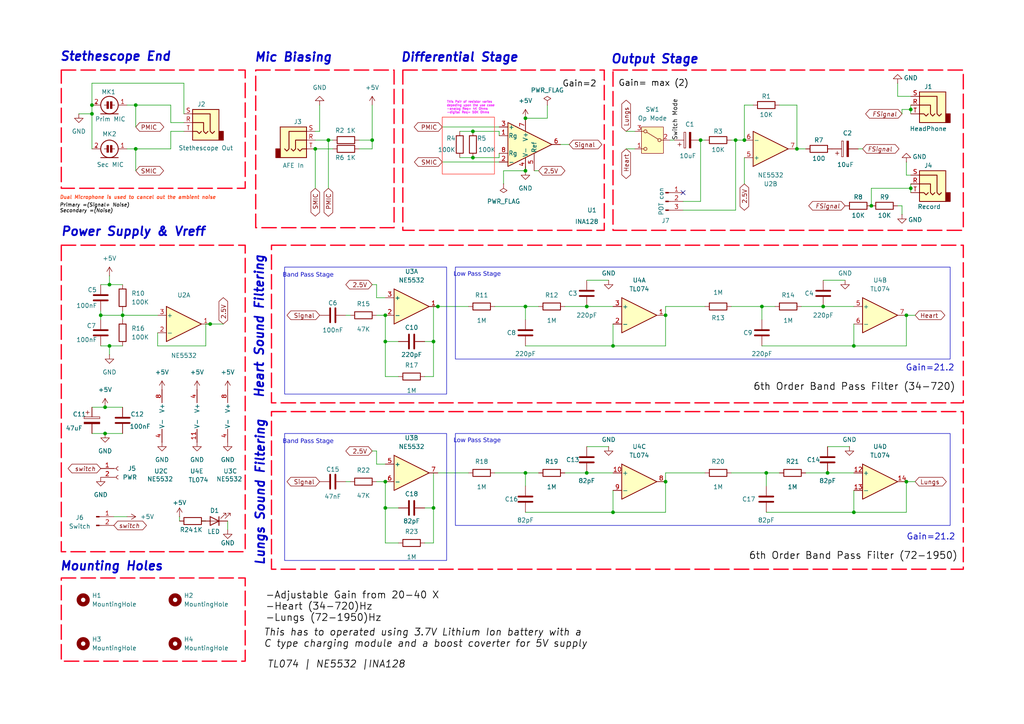
<source format=kicad_sch>
(kicad_sch (version 20231120) (generator "eeschema") (generator_version "8.0")
  (paper "A4")
  (title_block (title "Electronics Stethescope") (date "2025-06-12") (rev "1.0") (company "Shreenandan Sahu"))
  (junction (at 111.76 139.7))
  (junction (at 111.76 99.06))
  (junction (at 177.8 100.33))
  (junction (at 203.2 40.64))
  (junction (at 30.48 118.11))
  (junction (at 26.67 30.48))
  (junction (at 215.9 40.64))
  (junction (at 31.75 82.55))
  (junction (at 95.25 40.64))
  (junction (at 238.76 88.9))
  (junction (at 240.03 137.16))
  (junction (at 152.4 137.16))
  (junction (at 39.37 30.48))
  (junction (at 107.95 40.64))
  (junction (at 170.18 88.9))
  (junction (at 30.48 125.73))
  (junction (at 125.73 99.06))
  (junction (at 262.89 91.44))
  (junction (at 264.16 31.75))
  (junction (at 137.16 38.1))
  (junction (at 213.36 40.64))
  (junction (at 193.04 139.7))
  (junction (at 29.21 91.44))
  (junction (at 264.16 54.61))
  (junction (at 247.65 100.33))
  (junction (at 91.44 43.18))
  (junction (at 35.56 91.44))
  (junction (at 152.4 49.53))
  (junction (at 220.98 88.9))
  (junction (at 137.16 45.72))
  (junction (at 152.4 88.9))
  (junction (at 111.76 91.44))
  (junction (at 247.65 148.59))
  (junction (at 31.75 100.33))
  (junction (at 111.76 147.32))
  (junction (at 252.73 59.69))
  (junction (at 170.18 137.16))
  (junction (at 39.37 43.18))
  (junction (at 177.8 148.59))
  (junction (at 262.89 139.7))
  (junction (at 193.04 91.44))
  (junction (at 26.67 33.02))
  (junction (at 231.14 43.18))
  (junction (at 60.96 93.98))
  (junction (at 125.73 147.32))
  (junction (at 127 88.9))
  (junction (at 152.4 34.29))
  (junction (at 222.25 137.16))
  (no_connect (at 198.12 55.88))
  (wire (pts (xy 31.75 80.01) (xy 31.75 82.55)))
  (wire (pts (xy 35.56 91.44) (xy 45.72 91.44)))
  (wire (pts (xy 30.48 118.11) (xy 35.56 118.11)))
  (wire (pts (xy 152.4 137.16) (xy 152.4 140.97)))
  (wire (pts (xy 204.47 137.16) (xy 193.04 137.16)))
  (wire (pts (xy 170.18 88.9) (xy 163.83 88.9)))
  (wire (pts (xy 261.62 33.02) (xy 261.62 31.75)))
  (wire (pts (xy 49.53 30.48) (xy 49.53 35.56)))
  (wire (pts (xy 262.89 139.7) (xy 265.43 139.7)))
  (wire (pts (xy 226.06 30.48) (xy 231.14 30.48)))
  (wire (pts (xy 247.65 148.59) (xy 247.65 142.24)))
  (wire (pts (xy 31.75 82.55) (xy 35.56 82.55)))
  (wire (pts (xy 36.83 30.48) (xy 39.37 30.48)))
  (wire (pts (xy 26.67 30.48) (xy 26.67 24.13)))
  (wire (pts (xy 262.89 139.7) (xy 262.89 148.59)))
  (wire (pts (xy 45.72 96.52) (xy 45.72 100.33)))
  (wire (pts (xy 59.69 100.33) (xy 59.69 93.98)))
  (wire (pts (xy 109.22 91.44) (xy 111.76 91.44)))
  (wire (pts (xy 107.95 30.48) (xy 107.95 40.64)))
  (wire (pts (xy 170.18 81.28) (xy 176.53 81.28)))
  (wire (pts (xy 231.14 30.48) (xy 231.14 43.18)))
  (wire (pts (xy 115.57 157.48) (xy 111.76 157.48)))
  (wire (pts (xy 158.75 30.48) (xy 158.75 34.29)))
  (wire (pts (xy 39.37 49.53) (xy 39.37 43.18)))
  (wire (pts (xy 109.22 139.7) (xy 111.76 139.7)))
  (wire (pts (xy 101.6 91.44) (xy 100.33 91.44)))
  (wire (pts (xy 170.18 137.16) (xy 177.8 137.16)))
  (wire (pts (xy 224.79 88.9) (xy 220.98 88.9)))
  (wire (pts (xy 22.86 33.02) (xy 26.67 33.02)))
  (wire (pts (xy 91.44 54.61) (xy 91.44 43.18)))
  (wire (pts (xy 146.05 49.53) (xy 146.05 53.34)))
  (wire (pts (xy 220.98 88.9) (xy 212.09 88.9)))
  (wire (pts (xy 165.1 41.91) (xy 162.56 41.91)))
  (wire (pts (xy 39.37 43.18) (xy 49.53 43.18)))
  (wire (pts (xy 156.21 49.53) (xy 154.94 49.53)))
  (wire (pts (xy 170.18 88.9) (xy 177.8 88.9)))
  (wire (pts (xy 49.53 38.1) (xy 49.53 43.18)))
  (wire (pts (xy 262.89 46.99) (xy 262.89 50.8)))
  (wire (pts (xy 26.67 33.02) (xy 26.67 30.48)))
  (wire (pts (xy 26.67 118.11) (xy 30.48 118.11)))
  (wire (pts (xy 194.31 40.64) (xy 195.58 40.64)))
  (wire (pts (xy 125.73 147.32) (xy 125.73 137.16)))
  (wire (pts (xy 115.57 147.32) (xy 111.76 147.32)))
  (wire (pts (xy 181.61 43.18) (xy 184.15 43.18)))
  (wire (pts (xy 49.53 38.1) (xy 53.34 38.1)))
  (wire (pts (xy 238.76 88.9) (xy 232.41 88.9)))
  (wire (pts (xy 39.37 36.83) (xy 39.37 30.48)))
  (wire (pts (xy 109.22 130.81) (xy 107.95 130.81)))
  (wire (pts (xy 203.2 58.42) (xy 203.2 40.64)))
  (wire (pts (xy 95.25 54.61) (xy 95.25 40.64)))
  (wire (pts (xy 31.75 100.33) (xy 31.75 102.87)))
  (wire (pts (xy 36.83 149.86) (xy 33.02 149.86)))
  (wire (pts (xy 193.04 137.16) (xy 193.04 139.7)))
  (wire (pts (xy 144.78 44.45) (xy 144.78 45.72)))
  (wire (pts (xy 177.8 100.33) (xy 193.04 100.33)))
  (wire (pts (xy 261.62 59.69) (xy 261.62 62.23)))
  (wire (pts (xy 109.22 82.55) (xy 107.95 82.55)))
  (wire (pts (xy 29.21 91.44) (xy 29.21 92.71)))
  (wire (pts (xy 109.22 82.55) (xy 109.22 86.36)))
  (wire (pts (xy 156.21 88.9) (xy 152.4 88.9)))
  (wire (pts (xy 125.73 157.48) (xy 125.73 147.32)))
  (wire (pts (xy 264.16 53.34) (xy 264.16 54.61)))
  (wire (pts (xy 158.75 34.29) (xy 152.4 34.29)))
  (wire (pts (xy 35.56 91.44) (xy 35.56 92.71)))
  (wire (pts (xy 143.51 137.16) (xy 152.4 137.16)))
  (wire (pts (xy 215.9 45.72) (xy 215.9 53.34)))
  (wire (pts (xy 125.73 99.06) (xy 125.73 88.9)))
  (wire (pts (xy 233.68 137.16) (xy 240.03 137.16)))
  (wire (pts (xy 152.4 88.9) (xy 143.51 88.9)))
  (wire (pts (xy 218.44 30.48) (xy 215.9 30.48)))
  (wire (pts (xy 152.4 48.26) (xy 152.4 49.53)))
  (wire (pts (xy 260.35 24.13) (xy 260.35 27.94)))
  (wire (pts (xy 264.16 31.75) (xy 264.16 33.02)))
  (wire (pts (xy 240.03 137.16) (xy 247.65 137.16)))
  (wire (pts (xy 238.76 81.28) (xy 245.11 81.28)))
  (wire (pts (xy 128.27 46.99) (xy 144.78 46.99)))
  (wire (pts (xy 115.57 99.06) (xy 111.76 99.06)))
  (wire (pts (xy 262.89 50.8) (xy 264.16 50.8)))
  (wire (pts (xy 248.92 43.18) (xy 250.19 43.18)))
  (wire (pts (xy 144.78 45.72) (xy 137.16 45.72)))
  (wire (pts (xy 52.07 149.86) (xy 52.07 151.13)))
  (wire (pts (xy 212.09 137.16) (xy 222.25 137.16)))
  (wire (pts (xy 123.19 99.06) (xy 125.73 99.06)))
  (wire (pts (xy 144.78 38.1) (xy 144.78 39.37)))
  (wire (pts (xy 264.16 54.61) (xy 252.73 54.61)))
  (wire (pts (xy 231.14 43.18) (xy 233.68 43.18)))
  (wire (pts (xy 204.47 88.9) (xy 193.04 88.9)))
  (wire (pts (xy 262.89 91.44) (xy 262.89 100.33)))
  (wire (pts (xy 193.04 148.59) (xy 177.8 148.59)))
  (wire (pts (xy 123.19 109.22) (xy 125.73 109.22)))
  (wire (pts (xy 212.09 40.64) (xy 213.36 40.64)))
  (wire (pts (xy 111.76 99.06) (xy 111.76 109.22)))
  (wire (pts (xy 128.27 36.83) (xy 144.78 36.83)))
  (wire (pts (xy 260.35 27.94) (xy 264.16 27.94)))
  (wire (pts (xy 133.35 38.1) (xy 137.16 38.1)))
  (wire (pts (xy 45.72 100.33) (xy 59.69 100.33)))
  (wire (pts (xy 177.8 148.59) (xy 177.8 142.24)))
  (wire (pts (xy 181.61 38.1) (xy 184.15 38.1)))
  (wire (pts (xy 193.04 88.9) (xy 193.04 91.44)))
  (wire (pts (xy 29.21 90.17) (xy 29.21 91.44)))
  (wire (pts (xy 92.71 38.1) (xy 91.44 38.1)))
  (wire (pts (xy 26.67 125.73) (xy 30.48 125.73)))
  (wire (pts (xy 107.95 43.18) (xy 104.14 43.18)))
  (wire (pts (xy 49.53 35.56) (xy 53.34 35.56)))
  (wire (pts (xy 213.36 60.96) (xy 213.36 40.64)))
  (wire (pts (xy 59.69 93.98) (xy 60.96 93.98)))
  (wire (pts (xy 29.21 100.33) (xy 31.75 100.33)))
  (wire (pts (xy 198.12 58.42) (xy 203.2 58.42)))
  (wire (pts (xy 262.89 100.33) (xy 247.65 100.33)))
  (wire (pts (xy 125.73 109.22) (xy 125.73 99.06)))
  (wire (pts (xy 39.37 30.48) (xy 49.53 30.48)))
  (wire (pts (xy 240.03 129.54) (xy 246.38 129.54)))
  (wire (pts (xy 193.04 100.33) (xy 193.04 91.44)))
  (wire (pts (xy 29.21 82.55) (xy 31.75 82.55)))
  (wire (pts (xy 91.44 40.64) (xy 95.25 40.64)))
  (wire (pts (xy 152.4 137.16) (xy 156.21 137.16)))
  (wire (pts (xy 91.44 43.18) (xy 96.52 43.18)))
  (wire (pts (xy 92.71 30.48) (xy 92.71 38.1)))
  (wire (pts (xy 109.22 134.62) (xy 111.76 134.62)))
  (wire (pts (xy 95.25 40.64) (xy 96.52 40.64)))
  (wire (pts (xy 26.67 33.02) (xy 26.67 43.18)))
  (wire (pts (xy 222.25 137.16) (xy 226.06 137.16)))
  (wire (pts (xy 36.83 43.18) (xy 39.37 43.18)))
  (wire (pts (xy 261.62 31.75) (xy 264.16 31.75)))
  (wire (pts (xy 60.96 93.98) (xy 64.77 93.98)))
  (wire (pts (xy 26.67 24.13) (xy 53.34 24.13)))
  (wire (pts (xy 222.25 137.16) (xy 222.25 140.97)))
  (wire (pts (xy 152.4 148.59) (xy 177.8 148.59)))
  (wire (pts (xy 262.89 148.59) (xy 247.65 148.59)))
  (wire (pts (xy 109.22 86.36) (xy 111.76 86.36)))
  (wire (pts (xy 31.75 100.33) (xy 35.56 100.33)))
  (wire (pts (xy 203.2 40.64) (xy 204.47 40.64)))
  (wire (pts (xy 127 137.16) (xy 135.89 137.16)))
  (wire (pts (xy 109.22 130.81) (xy 109.22 134.62)))
  (wire (pts (xy 152.4 100.33) (xy 177.8 100.33)))
  (wire (pts (xy 53.34 24.13) (xy 53.34 33.02)))
  (wire (pts (xy 215.9 30.48) (xy 215.9 40.64)))
  (wire (pts (xy 58.42 151.13) (xy 59.69 151.13)))
  (wire (pts (xy 264.16 54.61) (xy 264.16 55.88)))
  (wire (pts (xy 111.76 91.44) (xy 111.76 99.06)))
  (wire (pts (xy 262.89 91.44) (xy 265.43 91.44)))
  (wire (pts (xy 264.16 30.48) (xy 264.16 31.75)))
  (wire (pts (xy 152.4 49.53) (xy 146.05 49.53)))
  (wire (pts (xy 29.21 91.44) (xy 35.56 91.44)))
  (wire (pts (xy 115.57 109.22) (xy 111.76 109.22)))
  (wire (pts (xy 66.04 153.67) (xy 66.04 151.13)))
  (wire (pts (xy 222.25 148.59) (xy 247.65 148.59)))
  (wire (pts (xy 261.62 59.69) (xy 260.35 59.69)))
  (wire (pts (xy 152.4 92.71) (xy 152.4 88.9)))
  (wire (pts (xy 137.16 38.1) (xy 144.78 38.1)))
  (wire (pts (xy 220.98 100.33) (xy 247.65 100.33)))
  (wire (pts (xy 125.73 88.9) (xy 127 88.9)))
  (wire (pts (xy 135.89 88.9) (xy 127 88.9)))
  (wire (pts (xy 104.14 40.64) (xy 107.95 40.64)))
  (wire (pts (xy 107.95 40.64) (xy 107.95 43.18)))
  (wire (pts (xy 220.98 92.71) (xy 220.98 88.9)))
  (wire (pts (xy 35.56 90.17) (xy 35.56 91.44)))
  (wire (pts (xy 30.48 125.73) (xy 35.56 125.73)))
  (wire (pts (xy 133.35 45.72) (xy 137.16 45.72)))
  (wire (pts (xy 123.19 147.32) (xy 125.73 147.32)))
  (wire (pts (xy 111.76 139.7) (xy 111.76 147.32)))
  (wire (pts (xy 177.8 93.98) (xy 177.8 100.33)))
  (wire (pts (xy 163.83 137.16) (xy 170.18 137.16)))
  (wire (pts (xy 170.18 129.54) (xy 176.53 129.54)))
  (wire (pts (xy 198.12 60.96) (xy 213.36 60.96)))
  (wire (pts (xy 193.04 139.7) (xy 193.04 148.59)))
  (wire (pts (xy 247.65 93.98) (xy 247.65 100.33)))
  (wire (pts (xy 213.36 40.64) (xy 215.9 40.64)))
  (wire (pts (xy 238.76 88.9) (xy 247.65 88.9)))
  (wire (pts (xy 101.6 139.7) (xy 100.33 139.7)))
  (wire (pts (xy 252.73 54.61) (xy 252.73 59.69)))
  (wire (pts (xy 111.76 147.32) (xy 111.76 157.48)))
  (wire (pts (xy 123.19 157.48) (xy 125.73 157.48)))
  (rectangle (start 78.74 119.38) (end 279.4 165.1) (stroke (width 0.381) (type dash) (color 255 0 32 1)))
  (rectangle (start 132.08 77.47) (end 275.59 104.14))
  (rectangle (start 132.08 125.73) (end 275.59 152.4))
  (rectangle (start 128.27 33.9781) (end 143.4138 50.4881) (stroke (width 0.1778) (color 255 69 62 1)))
  (rectangle (start 116.84 20.32) (end 175.26 66.802) (stroke (width 0.381) (type dash) (color 255 0 32 1)))
  (rectangle (start 82.55 77.47) (end 129.54 114.3))
  (rectangle (start 17.78 71.12) (end 71.12 160.02) (stroke (width 0.381) (type dash) (color 255 0 32 1)))
  (rectangle (start 78.74 71.12) (end 279.4 116.84) (stroke (width 0.381) (type dash) (color 255 0 32 1)))
  (rectangle (start 74.168 20.32) (end 114.3 66.04) (stroke (width 0.381) (type dash) (color 255 0 32 1)))
  (rectangle (start 177.8 20.32) (end 279.4 66.802) (stroke (width 0.381) (type dash) (color 255 0 32 1)))
  (rectangle (start 82.55 125.73) (end 129.54 162.56))
  (rectangle (start 17.78 20.32) (end 71.12 54.61) (stroke (width 0.381) (type dash) (color 255 0 32 1)))
  (rectangle (start 17.78 167.64) (end 71.12 191.77) (stroke (width 0.381) (type dash) (color 255 0 32 1)))
  (text "Heart Sound Filtering\n" (at 75.184 115.824 90) (effects (font (size 2.54 2.54) (thickness 0.508) (bold yes) (italic yes)) (justify left)))
  (text "Gain=2\n" (at 163.068 24.384 0) (effects (font (size 1.778 1.778) (thickness 0.2032) (bold yes)) (justify left)))
  (text "Low Pass Stage " (at 138.684 128.27 0) (effects (font (size 1.27 1.27))))
  (text "This has to operated using 3.7V Lithium Ion battery with a\nC type charging module and a boost coverter for 5V supply" (at 76.454 185.166 0) (effects (font (size 2.032 2.032) (thickness 0.2032) (bold yes) (italic yes)) (justify left)))
  (text "Gain= max (2)\n\n" (at 179.324 25.654 0) (effects (font (size 1.778 1.778) (thickness 0.2032) (bold yes)) (justify left)))
  (text "Mounting Holes" (at 17.272 164.338 0) (effects (font (size 2.54 2.54) (thickness 0.508) (bold yes) (italic yes)) (justify left)))
  (text "Differential Stage" (at 116.078 16.764 0) (effects (font (size 2.54 2.54) (thickness 0.508) (bold yes) (italic yes)) (justify left)))
  (text "Gain=21.2\n\n" (at 262.636 108.204 0) (effects (font (size 1.778 1.778) (thickness 0.2032) (bold yes)) (justify left)))
  (text "6th Order Band Pass Filter (72-1950)" (at 217.17 161.29 0) (effects (font (size 2.032 2.032) (thickness 0.2032) (bold yes)) (justify left)))
  (text "Primary =(Signal+ Noise)\nSecondary =(Noise)" (at 17.272 60.452 0) (effects (font (size 1.016 1.016) (italic yes)) (justify left)))
  (text "This Pair of resistor varies\ndepeding upon the use case \n-analog Req= 4K Ohms\n-digital Req= 50K Ohms" (at 129.54 31.242 0) (effects (font (size 0.635 0.635)) (justify left)))
  (text "6th Order Band Pass Filter (34-720)" (at 218.44 112.268 0) (effects (font (size 2.032 2.032) (thickness 0.2032) (bold yes)) (justify left)))
  (text "Output Stage" (at 177.038 17.272 0) (effects (font (size 2.54 2.54) (thickness 0.508) (bold yes) (italic yes)) (justify left)))
  (text "Lungs Sound Filtering\n" (at 75.438 164.338 90) (effects (font (size 2.54 2.54) (thickness 0.508) (bold yes) (italic yes)) (justify left)))
  (text "Stethescope End\n" (at 17.272 16.51 0) (effects (font (size 2.54 2.54) (thickness 0.508) (bold yes) (italic yes)) (justify left)))
  (text "Band Pass Stage " (at 89.662 80.264 0) (effects (font (size 1.27 1.27))))
  (text "Power Supply & Vreff\n" (at 17.526 67.31 0) (effects (font (size 2.54 2.54) (thickness 0.508) (bold yes) (italic yes)) (justify left)))
  (text "-Adjustable Gain from 20-40 X\n-Heart (34-720)Hz\n-Lungs (72-1950)Hz\n" (at 76.962 176.022 0) (effects (font (size 2.032 2.032) (thickness 0.2032) (bold yes)) (justify left)))
  (text "Gain=21.2\n\n" (at 262.89 157.226 0) (effects (font (size 1.778 1.778) (thickness 0.2032) (bold yes)) (justify left)))
  (text "TL074 | NE5532 |INA128" (at 77.47 192.786 0) (effects (font (size 2.032 2.032) (thickness 0.2032) (bold yes) (italic yes)) (justify left)))
  (text "Dual Microphone is used to cancel out the ambient noise " (at 17.272 57.404 0) (effects (font (size 1.016 1.016) (thickness 0.2032) (bold yes) (italic yes)) (justify left)))
  (text "Band Pass Stage " (at 89.662 128.524 0) (effects (font (size 1.27 1.27))))
  (text "Low Pass Stage " (at 138.684 80.01 0) (effects (font (size 1.27 1.27))))
  (text "Mic Biasing\n" (at 73.66 16.764 0) (effects (font (size 2.54 2.54) (thickness 0.508) (bold yes) (italic yes)) (justify left)))
  (label "Switch Mode" (at 196.85 40.64 90))
  (global_label "Heart" (shape bidirectional) (at 181.61 43.18 270) (property "Intersheetrefs" "${INTERSHEET_REFS}" (effects (hide yes))))
  (global_label "Signal" (shape bidirectional) (at 92.71 91.44 180) (property "Intersheetrefs" "${INTERSHEET_REFS}" (effects (hide yes))))
  (global_label "FSignal" (shape bidirectional) (at 245.11 59.69 180) (effects (font (italic yes))) (property "Intersheetrefs" "${INTERSHEET_REFS}" (effects (hide yes))))
  (global_label "switch" (shape bidirectional) (at 33.02 152.4 0) (effects (font (italic yes))) (property "Intersheetrefs" "${INTERSHEET_REFS}" (effects (hide yes))))
  (global_label "SMIC" (shape bidirectional) (at 91.44 54.61 270) (property "Intersheetrefs" "${INTERSHEET_REFS}" (effects (hide yes))))
  (global_label "2.5V" (shape bidirectional) (at 107.95 130.81 180) (property "Intersheetrefs" "${INTERSHEET_REFS}" (effects (hide yes))))
  (global_label "2.5V" (shape bidirectional) (at 107.95 82.55 180) (property "Intersheetrefs" "${INTERSHEET_REFS}" (effects (hide yes))))
  (global_label "FSignal" (shape bidirectional) (at 261.62 33.02 180) (effects (font (italic yes))) (property "Intersheetrefs" "${INTERSHEET_REFS}" (effects (hide yes))))
  (global_label "SMIC" (shape bidirectional) (at 39.37 49.53 0) (property "Intersheetrefs" "${INTERSHEET_REFS}" (effects (hide yes))))
  (global_label "Lungs" (shape bidirectional) (at 181.61 38.1 90) (property "Intersheetrefs" "${INTERSHEET_REFS}" (effects (hide yes))))
  (global_label "FSignal" (shape bidirectional) (at 250.19 43.18 0) (effects (font (italic yes))) (property "Intersheetrefs" "${INTERSHEET_REFS}" (effects (hide yes))))
  (global_label "Signal" (shape bidirectional) (at 165.1 41.91 0) (property "Intersheetrefs" "${INTERSHEET_REFS}" (effects (hide yes))))
  (global_label "Signal" (shape bidirectional) (at 92.71 139.7 180) (property "Intersheetrefs" "${INTERSHEET_REFS}" (effects (hide yes))))
  (global_label "Lungs" (shape bidirectional) (at 265.43 139.7 0) (property "Intersheetrefs" "${INTERSHEET_REFS}" (effects (hide yes))))
  (global_label "2.5V" (shape bidirectional) (at 64.77 93.98 90) (property "Intersheetrefs" "${INTERSHEET_REFS}" (effects (hide yes))))
  (global_label "switch" (shape bidirectional) (at 29.21 135.89 180) (effects (font (italic yes))) (property "Intersheetrefs" "${INTERSHEET_REFS}" (effects (hide yes))))
  (global_label "PMIC" (shape bidirectional) (at 95.25 54.61 270) (property "Intersheetrefs" "${INTERSHEET_REFS}" (effects (hide yes))))
  (global_label "Heart" (shape bidirectional) (at 265.43 91.44 0) (property "Intersheetrefs" "${INTERSHEET_REFS}" (effects (hide yes))))
  (global_label "2.5V" (shape bidirectional) (at 215.9 53.34 270) (property "Intersheetrefs" "${INTERSHEET_REFS}" (effects (hide yes))))
  (global_label "PMIC" (shape bidirectional) (at 128.27 36.83 180) (property "Intersheetrefs" "${INTERSHEET_REFS}" (effects (hide yes))))
  (global_label "PMIC" (shape bidirectional) (at 39.37 36.83 0) (property "Intersheetrefs" "${INTERSHEET_REFS}" (effects (hide yes))))
  (global_label "SMIC" (shape bidirectional) (at 128.27 46.99 180) (property "Intersheetrefs" "${INTERSHEET_REFS}" (effects (hide yes))))
  (global_label "2.5V" (shape bidirectional) (at 156.21 49.53 0) (property "Intersheetrefs" "${INTERSHEET_REFS}" (effects (hide yes))))
  (symbol (lib_id "Device:C") (at 170.18 85.09 180) (unit 1)
    (property "Reference" "C3" (at 166.116 85.09 0))
    (property "Value" "220pF" (at 170.18 91.44 0))
    (property "Footprint" "Capacitor_THT:C_Disc_D3.0mm_W2.0mm_P2.50mm" (effects (hide yes)))
    (property "Description" "Unpolarized capacitor" (effects (hide yes)))
  )
  (symbol (lib_id "Amplifier_Operational:NE5532") (at 119.38 137.16 0) (unit 2)
    (property "Reference" "U3" (at 119.38 127 0))
    (property "Value" "NE5532" (at 119.38 129.54 0))
    (property "Footprint" "Package_DIP:DIP-8_W7.62mm" (effects (hide yes)))
    (property "Datasheet" "http://www.ti.com/lit/ds/symlink/ne5532.pdf" (effects (hide yes)))
    (property "Description" "Dual Low-Noise Operational Amplifiers, DIP-8/SOIC-8" (effects (hide yes)))
  )
  (symbol (lib_id "Amplifier_Operational:TL074") (at 185.42 91.44 0) (unit 1)
    (property "Reference" "U4" (at 185.42 81.28 0))
    (property "Value" "TL074" (at 185.42 83.82 0))
    (property "Footprint" "Package_DIP:DIP-14_W7.62mm" (effects (hide yes)))
    (property "Datasheet" "http://www.ti.com/lit/ds/symlink/tl071.pdf" (effects (hide yes)))
    (property "Description" "Quad Low-Noise JFET-Input Operational Amplifiers, DIP-14/SOIC-14" (effects (hide yes)))
  )
  (symbol (lib_id "Device:C") (at 29.21 86.36 0) (unit 1)
    (property "Reference" "C5" (at 25.4 84.074 0) (effects (justify left)))
    (property "Value" "100nF" (at 22.098 88.646 0) (effects (justify left)))
    (property "Footprint" "Capacitor_THT:C_Disc_D3.0mm_W2.0mm_P2.50mm" (effects (hide yes)))
    (property "Description" "Unpolarized capacitor" (effects (hide yes)))
  )
  (symbol (lib_id "power:GND") (at 57.15 128.27 0) (unit 1)
    (property "Reference" "#PWR019" (effects (hide yes)))
    (property "Value" "GND" (at 57.15 133.35 0))
    (property "Description" "Power symbol creates a global label with name \"GND\" , ground" (effects (hide yes)))
  )
  (symbol (lib_id "Connector:Conn_01x02_Socket") (at 34.29 135.89 0) (unit 1)
    (property "Reference" "J5" (at 37.084 135.89 0) (effects (justify left)))
    (property "Value" "PWR" (at 35.56 138.4299 0) (effects (justify left)))
    (property "Footprint" "Connector_JST:JST_EH_B2B-EH-A_1x02_P2.50mm_Vertical" (effects (hide yes)))
    (property "Description" "Generic connector, single row, 01x02, script generated" (effects (hide yes)))
  )
  (symbol (lib_id "Device:R") (at 100.33 43.18 90) (unit 1)
    (property "Reference" "R6" (at 98.552 45.72 90))
    (property "Value" "1K" (at 101.854 45.72 90))
    (property "Footprint" "Resistor_THT:R_Axial_DIN0207_L6.3mm_D2.5mm_P7.62mm_Horizontal" (effects (hide yes)))
    (property "Description" "Resistor" (effects (hide yes)))
  )
  (symbol (lib_id "Device:R") (at 35.56 96.52 0) (unit 1)
    (property "Reference" "R16" (at 38.1 95.2499 0) (effects (justify left)))
    (property "Value" "100K" (at 38.1 97.7899 0) (effects (justify left)))
    (property "Footprint" "Resistor_THT:R_Axial_DIN0207_L6.3mm_D2.5mm_P7.62mm_Horizontal" (effects (hide yes)))
    (property "Description" "Resistor" (effects (hide yes)))
  )
  (symbol (lib_id "Mechanical:MountingHole") (at 50.8 186.69 0) (unit 1) (exclude_from_sim yes) (in_bom no)
    (property "Reference" "H4" (at 53.34 185.4199 0) (effects (justify left)))
    (property "Value" "MountingHole" (at 53.34 187.9599 0) (effects (justify left)))
    (property "Footprint" "MountingHole:MountingHole_2.1mm" (effects (hide yes)))
    (property "Description" "Mounting Hole without connection" (effects (hide yes)))
  )
  (symbol (lib_id "power:GND") (at 261.62 62.23 0) (unit 1)
    (property "Reference" "#PWR08" (effects (hide yes)))
    (property "Value" "GND" (at 265.43 63.754 0))
    (property "Description" "Power symbol creates a global label with name \"GND\" , ground" (effects (hide yes)))
  )
  (symbol (lib_id "Device:R") (at 100.33 40.64 90) (unit 1)
    (property "Reference" "R2" (at 98.552 37.846 90))
    (property "Value" "1K" (at 101.854 37.846 90))
    (property "Footprint" "Resistor_THT:R_Axial_DIN0207_L6.3mm_D2.5mm_P7.62mm_Horizontal" (effects (hide yes)))
    (property "Description" "Resistor" (effects (hide yes)))
  )
  (symbol (lib_id "Device:R") (at 248.92 59.69 90) (unit 1)
    (property "Reference" "R8" (at 248.92 57.15 90))
    (property "Value" "10K" (at 248.92 62.484 90))
    (property "Footprint" "Resistor_THT:R_Axial_DIN0207_L6.3mm_D2.5mm_P7.62mm_Horizontal" (effects (hide yes)))
    (property "Description" "Resistor" (effects (hide yes)))
  )
  (symbol (lib_id "power:GND") (at 260.35 24.13 0) (mirror x) (unit 1)
    (property "Reference" "#PWR01" (effects (hide yes)))
    (property "Value" "GND" (at 264.16 22.606 0))
    (property "Description" "Power symbol creates a global label with name \"GND\" , ground" (effects (hide yes)))
  )
  (symbol (lib_id "Amplifier_Operational:NE5532") (at 53.34 93.98 0) (unit 1)
    (property "Reference" "U2" (at 53.34 85.598 0))
    (property "Value" "NE5532" (at 53.34 103.124 0))
    (property "Footprint" "Package_DIP:DIP-8_W7.62mm" (effects (hide yes)))
    (property "Datasheet" "http://www.ti.com/lit/ds/symlink/ne5532.pdf" (effects (hide yes)))
    (property "Description" "Dual Low-Noise Operational Amplifiers, DIP-8/SOIC-8" (effects (hide yes)))
  )
  (symbol (lib_id "Device:C") (at 29.21 96.52 0) (unit 1)
    (property "Reference" "C7" (at 25.146 94.488 0) (effects (justify left)))
    (property "Value" "100nF" (at 22.098 98.552 0) (effects (justify left)))
    (property "Footprint" "Capacitor_THT:C_Disc_D3.0mm_W2.0mm_P2.50mm" (effects (hide yes)))
    (property "Description" "Unpolarized capacitor" (effects (hide yes)))
  )
  (symbol (lib_id "Device:C") (at 35.56 121.92 0) (unit 1)
    (property "Reference" "C12" (at 37.846 120.142 0) (effects (justify left)))
    (property "Value" "100nF" (at 37.592 123.698 0) (effects (justify left)))
    (property "Footprint" "Capacitor_THT:C_Disc_D3.0mm_W2.0mm_P2.50mm" (effects (hide yes)))
    (property "Description" "Unpolarized capacitor" (effects (hide yes)))
  )
  (symbol (lib_id "Device:R") (at 35.56 86.36 0) (unit 1)
    (property "Reference" "R10" (at 38.1 85.0899 0) (effects (justify left)))
    (property "Value" "100K" (at 38.1 87.6299 0) (effects (justify left)))
    (property "Footprint" "Resistor_THT:R_Axial_DIN0207_L6.3mm_D2.5mm_P7.62mm_Horizontal" (effects (hide yes)))
    (property "Description" "Resistor" (effects (hide yes)))
  )
  (symbol (lib_id "power:PWR_FLAG") (at 146.05 53.34 0) (mirror x) (unit 1)
    (property "Reference" "#FLG02" (effects (hide yes)))
    (property "Value" "PWR_FLAG" (at 146.05 58.42 0))
    (property "Description" "Special symbol for telling ERC where power comes from" (effects (hide yes)))
  )
  (symbol (lib_id "power:GND") (at 22.86 33.02 0) (mirror y) (unit 1)
    (property "Reference" "#PWR04" (effects (hide yes)))
    (property "Value" "GND" (at 22.86 38.1 0))
    (property "Description" "Power symbol creates a global label with name \"GND\" , ground" (effects (hide yes)))
  )
  (symbol (lib_id "power:GND") (at 66.04 128.27 0) (unit 1)
    (property "Reference" "#PWR020" (effects (hide yes)))
    (property "Value" "GND" (at 66.04 133.35 0))
    (property "Description" "Power symbol creates a global label with name \"GND\" , ground" (effects (hide yes)))
  )
  (symbol (lib_id "Switch:SW_SPDT_321") (at 189.23 40.64 0) (mirror y) (unit 1)
    (property "Reference" "SW1" (at 189.23 31.75 0))
    (property "Value" "Op Mode" (at 189.23 34.29 0))
    (property "Footprint" "Button_Switch_THT:SW_Slide_SPDT_Angled_CK_OS102011MA1Q" (effects (hide yes)))
    (property "Description" "Switch, single pole double throw" (effects (hide yes)))
  )
  (symbol (lib_id "Device:C") (at 119.38 147.32 90) (unit 1)
    (property "Reference" "C18" (at 119.38 143.256 90))
    (property "Value" "82pF" (at 119.38 151.13 90))
    (property "Footprint" "Capacitor_THT:C_Disc_D3.0mm_W2.0mm_P2.50mm" (effects (hide yes)))
    (property "Description" "Unpolarized capacitor" (effects (hide yes)))
  )
  (symbol (lib_id "Device:C_Polarized") (at 26.67 121.92 0) (unit 1)
    (property "Reference" "C11" (at 21.082 120.142 0) (effects (justify left)))
    (property "Value" "47uF" (at 19.05 124.206 0) (effects (justify left)))
    (property "Footprint" "Capacitor_THT:CP_Radial_D5.0mm_P2.50mm" (effects (hide yes)))
    (property "Description" "Polarized capacitor" (effects (hide yes)))
  )
  (symbol (lib_id "Device:Microphone_Condenser") (at 31.75 30.48 90) (unit 1) (on_board no)
    (property "Reference" "MK1" (at 31.496 26.67 90))
    (property "Value" "Prim MIC" (at 32.004 34.544 90))
    (property "Description" "Condenser microphone" (effects (hide yes)))
  )
  (symbol (lib_id "power:GND") (at 176.53 129.54 0) (unit 1)
    (property "Reference" "#PWR021" (effects (hide yes)))
    (property "Value" "GND" (at 176.53 127.508 0))
    (property "Description" "Power symbol creates a global label with name \"GND\" , ground" (effects (hide yes)))
  )
  (symbol (lib_id "Device:C") (at 222.25 144.78 180) (unit 1)
    (property "Reference" "C17" (at 217.17 144.78 0))
    (property "Value" "82pF" (at 222.25 150.876 0))
    (property "Footprint" "Capacitor_THT:C_Disc_D3.0mm_W2.0mm_P2.50mm" (effects (hide yes)))
    (property "Description" "Unpolarized capacitor" (effects (hide yes)))
  )
  (symbol (lib_id "power:GND") (at 30.48 125.73 0) (unit 1)
    (property "Reference" "#PWR017" (effects (hide yes)))
    (property "Value" "GND" (at 30.48 130.81 0))
    (property "Description" "Power symbol creates a global label with name \"GND\" , ground" (effects (hide yes)))
  )
  (symbol (lib_id "Amplifier_Operational:TL074") (at 255.27 139.7 0) (unit 4)
    (property "Reference" "U4" (at 255.27 129.54 0))
    (property "Value" "TL074" (at 255.27 132.08 0))
    (property "Footprint" "Package_DIP:DIP-14_W7.62mm" (effects (hide yes)))
    (property "Datasheet" "http://www.ti.com/lit/ds/symlink/tl071.pdf" (effects (hide yes)))
    (property "Description" "Quad Low-Noise JFET-Input Operational Amplifiers, DIP-14/SOIC-14" (effects (hide yes)))
  )
  (symbol (lib_id "Device:R") (at 119.38 109.22 90) (unit 1)
    (property "Reference" "R17" (at 119.38 105.918 90))
    (property "Value" "1M" (at 119.38 113.284 90))
    (property "Footprint" "Resistor_THT:R_Axial_DIN0207_L6.3mm_D2.5mm_P7.62mm_Horizontal" (effects (hide yes)))
    (property "Description" "Resistor" (effects (hide yes)))
  )
  (symbol (lib_id "Amplifier_Operational:NE5532") (at 68.58 120.65 0) (unit 3)
    (property "Reference" "U3" (at 64.77 136.652 0) (effects (justify left)))
    (property "Value" "NE5532" (at 62.738 138.938 0) (effects (justify left)))
    (property "Footprint" "Package_DIP:DIP-8_W7.62mm" (effects (hide yes)))
    (property "Datasheet" "http://www.ti.com/lit/ds/symlink/ne5532.pdf" (effects (hide yes)))
    (property "Description" "Dual Low-Noise Operational Amplifiers, DIP-8/SOIC-8" (effects (hide yes)))
  )
  (symbol (lib_id "power:+5V") (at 36.83 149.86 270) (unit 1)
    (property "Reference" "#PWR023" (effects (hide yes)))
    (property "Value" "+5V" (at 40.64 149.8599 90) (effects (justify left)))
    (property "Description" "Power symbol creates a global label with name \"+5V\"" (effects (hide yes)))
  )
  (symbol (lib_id "power:+5V") (at 31.75 80.01 0) (unit 1)
    (property "Reference" "#PWR09" (effects (hide yes)))
    (property "Value" "+5V" (at 31.75 74.93 0))
    (property "Description" "Power symbol creates a global label with name \"+5V\"" (effects (hide yes)))
  )
  (symbol (lib_id "power:GND") (at 92.71 30.48 180) (unit 1)
    (property "Reference" "#PWR02" (effects (hide yes)))
    (property "Value" "GND" (at 92.71 25.4 0))
    (property "Description" "Power symbol creates a global label with name \"GND\" , ground" (effects (hide yes)))
  )
  (symbol (lib_id "Amplifier_Operational:NE5532") (at 49.53 120.65 0) (unit 3)
    (property "Reference" "U2" (at 44.704 136.652 0) (effects (justify left)))
    (property "Value" "NE5532" (at 42.672 138.938 0) (effects (justify left)))
    (property "Footprint" "Package_DIP:DIP-8_W7.62mm" (effects (hide yes)))
    (property "Datasheet" "http://www.ti.com/lit/ds/symlink/ne5532.pdf" (effects (hide yes)))
    (property "Description" "Dual Low-Noise Operational Amplifiers, DIP-8/SOIC-8" (effects (hide yes)))
  )
  (symbol (lib_id "Device:R") (at 139.7 137.16 90) (unit 1)
    (property "Reference" "R18" (at 139.7 133.858 90))
    (property "Value" "1M" (at 139.7 141.224 90))
    (property "Footprint" "Resistor_THT:R_Axial_DIN0207_L6.3mm_D2.5mm_P7.62mm_Horizontal" (effects (hide yes)))
    (property "Description" "Resistor" (effects (hide yes)))
  )
  (symbol (lib_id "power:GND") (at 31.75 102.87 0) (unit 1)
    (property "Reference" "#PWR012" (effects (hide yes)))
    (property "Value" "GND" (at 31.75 107.95 0))
    (property "Description" "Power symbol creates a global label with name \"GND\" , ground" (effects (hide yes)))
  )
  (symbol (lib_id "Connector:Conn_01x03_Pin") (at 193.04 58.42 0) (unit 1)
    (property "Reference" "J7" (at 193.04 64.008 0))
    (property "Value" "POT con" (at 191.77 58.42 90))
    (property "Footprint" "Connector_PinHeader_2.54mm:PinHeader_1x03_P2.54mm_Vertical" (effects (hide yes)))
    (property "Description" "Generic connector, single row, 01x03, script generated" (effects (hide yes)))
  )
  (symbol (lib_id "power:+5V") (at 30.48 118.11 0) (unit 1)
    (property "Reference" "#PWR016" (effects (hide yes)))
    (property "Value" "+5V" (at 30.48 113.03 0))
    (property "Description" "Power symbol creates a global label with name \"+5V\"" (effects (hide yes)))
  )
  (symbol (lib_id "Amplifier_Operational:TL074") (at 59.69 120.65 0) (unit 5)
    (property "Reference" "U4" (at 55.118 136.652 0) (effects (justify left)))
    (property "Value" "TL074" (at 54.61 139.192 0) (effects (justify left)))
    (property "Footprint" "Package_DIP:DIP-14_W7.62mm" (effects (hide yes)))
    (property "Datasheet" "http://www.ti.com/lit/ds/symlink/tl071.pdf" (effects (hide yes)))
    (property "Description" "Quad Low-Noise JFET-Input Operational Amplifiers, DIP-14/SOIC-14" (effects (hide yes)))
  )
  (symbol (lib_id "Device:C") (at 170.18 133.35 180) (unit 1)
    (property "Reference" "C13" (at 166.116 133.35 0))
    (property "Value" "82pF" (at 170.18 139.446 0))
    (property "Footprint" "Capacitor_THT:C_Disc_D3.0mm_W2.0mm_P2.50mm" (effects (hide yes)))
    (property "Description" "Unpolarized capacitor" (effects (hide yes)))
  )
  (symbol (lib_id "Amplifier_Instrumentation:INA128") (at 152.4 41.91 0) (unit 1)
    (property "Reference" "U1" (at 171.704 60.96 0))
    (property "Value" "INA128" (at 170.18 64.262 0))
    (property "Footprint" "Package_DIP:DIP-8_W7.62mm" (effects (hide yes)))
    (property "Datasheet" "http://www.ti.com/lit/ds/symlink/ina128.pdf" (effects (hide yes)))
    (property "Description" "Precision, Low Power Instrumentation Amplifier G = 1 + 50kOhm/Rg, DIP-8/SOIC-8" (effects (hide yes)))
  )
  (symbol (lib_id "Device:R") (at 133.35 41.91 0) (unit 1)
    (property "Reference" "R4" (at 130.81 40.132 0))
    (property "Value" "100K" (at 129.54 43.434 0))
    (property "Footprint" "Resistor_THT:R_Axial_DIN0207_L6.3mm_D2.5mm_P7.62mm_Horizontal" (effects (hide yes)))
    (property "Description" "Resistor" (effects (hide yes)))
  )
  (symbol (lib_id "power:GND") (at 152.4 49.53 0) (unit 1)
    (property "Reference" "#PWR07" (effects (hide yes)))
    (property "Value" "GND" (at 152.4 54.61 0))
    (property "Description" "Power symbol creates a global label with name \"GND\" , ground" (effects (hide yes)))
  )
  (symbol (lib_id "power:GND") (at 246.38 129.54 0) (unit 1)
    (property "Reference" "#PWR022" (effects (hide yes)))
    (property "Value" "GND" (at 246.38 127.508 0))
    (property "Description" "Power symbol creates a global label with name \"GND\" , ground" (effects (hide yes)))
  )
  (symbol (lib_id "Device:R") (at 228.6 88.9 90) (unit 1)
    (property "Reference" "R14" (at 228.6 85.598 90))
    (property "Value" "1M" (at 228.6 92.964 90))
    (property "Footprint" "Resistor_THT:R_Axial_DIN0207_L6.3mm_D2.5mm_P7.62mm_Horizontal" (effects (hide yes)))
    (property "Description" "Resistor" (effects (hide yes)))
  )
  (symbol (lib_id "power:+5V") (at 52.07 149.86 0) (unit 1)
    (property "Reference" "#PWR026" (effects (hide yes)))
    (property "Value" "+5V" (at 52.07 145.796 0))
    (property "Description" "Power symbol creates a global label with name \"+5V\"" (effects (hide yes)))
  )
  (symbol (lib_id "Device:C") (at 119.38 99.06 90) (unit 1)
    (property "Reference" "C10" (at 119.38 94.996 90))
    (property "Value" "220pF" (at 119.38 102.87 90))
    (property "Footprint" "Capacitor_THT:C_Disc_D3.0mm_W2.0mm_P2.50mm" (effects (hide yes)))
    (property "Description" "Unpolarized capacitor" (effects (hide yes)))
  )
  (symbol (lib_id "Device:C") (at 238.76 85.09 180) (unit 1)
    (property "Reference" "C4" (at 234.696 85.09 0))
    (property "Value" "220pF" (at 238.76 91.44 0))
    (property "Footprint" "Capacitor_THT:C_Disc_D3.0mm_W2.0mm_P2.50mm" (effects (hide yes)))
    (property "Description" "Unpolarized capacitor" (effects (hide yes)))
  )
  (symbol (lib_id "power:+5V") (at 57.15 113.03 0) (unit 1)
    (property "Reference" "#PWR014" (effects (hide yes)))
    (property "Value" "+5V" (at 57.15 107.95 0))
    (property "Description" "Power symbol creates a global label with name \"+5V\"" (effects (hide yes)))
  )
  (symbol (lib_id "power:GND") (at 176.53 81.28 0) (unit 1)
    (property "Reference" "#PWR010" (effects (hide yes)))
    (property "Value" "GND" (at 176.53 79.248 0))
    (property "Description" "Power symbol creates a global label with name \"GND\" , ground" (effects (hide yes)))
  )
  (symbol (lib_id "power:GND") (at 29.21 138.43 0) (unit 1)
    (property "Reference" "#PWR024" (effects (hide yes)))
    (property "Value" "GND" (at 29.21 143.51 0))
    (property "Description" "Power symbol creates a global label with name \"GND\" , ground" (effects (hide yes)))
  )
  (symbol (lib_id "Device:C_Polarized") (at 199.39 40.64 90) (unit 1)
    (property "Reference" "C1" (at 201.422 36.068 90) (effects (justify left)))
    (property "Value" "10uF" (at 201.93 45.212 90) (effects (justify left)))
    (property "Footprint" "Capacitor_THT:CP_Radial_D5.0mm_P2.50mm" (effects (hide yes)))
    (property "Description" "Polarized capacitor" (effects (hide yes)))
  )
  (symbol (lib_id "power:+5V") (at 107.95 30.48 0) (unit 1)
    (property "Reference" "#PWR03" (effects (hide yes)))
    (property "Value" "+5V" (at 107.95 25.4 0))
    (property "Description" "Power symbol creates a global label with name \"+5V\"" (effects (hide yes)))
  )
  (symbol (lib_id "power:GND") (at 66.04 153.67 0) (unit 1)
    (property "Reference" "#PWR025" (effects (hide yes)))
    (property "Value" "GND" (at 66.04 157.48 0))
    (property "Description" "Power symbol creates a global label with name \"GND\" , ground" (effects (hide yes)))
  )
  (symbol (lib_id "Mechanical:MountingHole") (at 24.13 186.69 0) (unit 1) (exclude_from_sim yes) (in_bom no)
    (property "Reference" "H3" (at 26.67 185.4199 0) (effects (justify left)))
    (property "Value" "MountingHole" (at 26.67 187.9599 0) (effects (justify left)))
    (property "Footprint" "MountingHole:MountingHole_2.1mm" (effects (hide yes)))
    (property "Description" "Mounting Hole without connection" (effects (hide yes)))
  )
  (symbol (lib_id "Device:R") (at 208.28 40.64 90) (unit 1)
    (property "Reference" "R3" (at 208.28 38.1 90))
    (property "Value" "10K" (at 208.28 43.434 90))
    (property "Footprint" "Resistor_THT:R_Axial_DIN0207_L6.3mm_D2.5mm_P7.62mm_Horizontal" (effects (hide yes)))
    (property "Description" "Resistor" (effects (hide yes)))
  )
  (symbol (lib_id "Device:LED") (at 62.23 151.13 180) (unit 1)
    (property "Reference" "D1" (at 62.23 148.082 0))
    (property "Value" "LED" (at 61.976 154.178 0))
    (property "Footprint" "LED_THT:LED_D3.0mm_Clear" (effects (hide yes)))
    (property "Description" "Light emitting diode" (effects (hide yes)))
  )
  (symbol (lib_id "Connector_Audio:AudioJack3") (at 86.36 40.64 0) (unit 1)
    (property "Reference" "J3" (at 86.36 35.306 0))
    (property "Value" "AFE In" (at 85.09 48.006 0))
    (property "Footprint" "Connector_Audio:Jack_3.5mm_Ledino_KB3SPRS_Horizontal" (effects (hide yes)))
    (property "Description" "Audio Jack, 3 Poles (Stereo / TRS)" (effects (hide yes)))
  )
  (symbol (lib_id "power:+5V") (at 46.99 113.03 0) (unit 1)
    (property "Reference" "#PWR013" (effects (hide yes)))
    (property "Value" "+5V" (at 46.99 107.95 0))
    (property "Description" "Power symbol creates a global label with name \"+5V\"" (effects (hide yes)))
  )
  (symbol (lib_id "Device:Microphone_Condenser") (at 31.75 43.18 90) (unit 1) (on_board no)
    (property "Reference" "MK2" (at 31.75 38.862 90))
    (property "Value" "Sec MIC" (at 32.004 47.752 90))
    (property "Description" "Condenser microphone" (effects (hide yes)))
  )
  (symbol (lib_id "power:+5V") (at 152.4 34.29 0) (unit 1)
    (property "Reference" "#PWR05" (effects (hide yes)))
    (property "Value" "+5V" (at 152.4 29.21 0))
    (property "Description" "Power symbol creates a global label with name \"+5V\"" (effects (hide yes)))
  )
  (symbol (lib_id "Connector_Audio:AudioJack3") (at 269.24 53.34 0) (mirror y) (unit 1)
    (property "Reference" "J4" (at 269.24 48.006 0))
    (property "Value" "Record" (at 269.494 59.944 0))
    (property "Footprint" "Connector_Audio:Jack_3.5mm_Ledino_KB3SPRS_Horizontal" (effects (hide yes)))
    (property "Description" "Audio Jack, 3 Poles (Stereo / TRS)" (effects (hide yes)))
  )
  (symbol (lib_id "Device:C") (at 96.52 91.44 90) (unit 1)
    (property "Reference" "C6" (at 96.52 87.884 90))
    (property "Value" "100nF" (at 96.52 95.758 90))
    (property "Footprint" "Capacitor_THT:C_Disc_D3.0mm_W2.0mm_P2.50mm" (effects (hide yes)))
    (property "Description" "Unpolarized capacitor" (effects (hide yes)))
  )
  (symbol (lib_id "Device:C") (at 152.4 96.52 180) (unit 1)
    (property "Reference" "C8" (at 148.336 96.52 0))
    (property "Value" "220pF" (at 152.4 102.616 0))
    (property "Footprint" "Capacitor_THT:C_Disc_D3.0mm_W2.0mm_P2.50mm" (effects (hide yes)))
    (property "Description" "Unpolarized capacitor" (effects (hide yes)))
  )
  (symbol (lib_id "power:GND") (at 245.11 81.28 0) (unit 1)
    (property "Reference" "#PWR011" (effects (hide yes)))
    (property "Value" "GND" (at 245.11 79.248 0))
    (property "Description" "Power symbol creates a global label with name \"GND\" , ground" (effects (hide yes)))
  )
  (symbol (lib_id "Device:R") (at 256.54 59.69 90) (unit 1)
    (property "Reference" "R9" (at 256.54 57.15 90))
    (property "Value" "10K" (at 256.54 62.484 90))
    (property "Footprint" "Resistor_THT:R_Axial_DIN0207_L6.3mm_D2.5mm_P7.62mm_Horizontal" (effects (hide yes)))
    (property "Description" "Resistor" (effects (hide yes)))
  )
  (symbol (lib_id "Connector:Conn_01x02_Pin") (at 27.94 149.86 0) (unit 1)
    (property "Reference" "J6" (at 23.114 150.114 0))
    (property "Value" "Switch" (at 23.114 152.654 0))
    (property "Footprint" "Connector_JST:JST_EH_B2B-EH-A_1x02_P2.50mm_Vertical" (effects (hide yes)))
    (property "Description" "Generic connector, single row, 01x02, script generated" (effects (hide yes)))
  )
  (symbol (lib_id "Device:C") (at 220.98 96.52 180) (unit 1)
    (property "Reference" "C9" (at 216.916 96.52 0))
    (property "Value" "220pF" (at 220.98 102.616 0))
    (property "Footprint" "Capacitor_THT:C_Disc_D3.0mm_W2.0mm_P2.50mm" (effects (hide yes)))
    (property "Description" "Unpolarized capacitor" (effects (hide yes)))
  )
  (symbol (lib_id "Device:R") (at 237.49 43.18 90) (unit 1)
    (property "Reference" "R7" (at 237.49 40.64 90))
    (property "Value" "100" (at 237.49 45.974 90))
    (property "Footprint" "Resistor_THT:R_Axial_DIN0207_L6.3mm_D2.5mm_P7.62mm_Horizontal" (effects (hide yes)))
    (property "Description" "Resistor" (effects (hide yes)))
  )
  (symbol (lib_id "Device:C") (at 152.4 144.78 180) (unit 1)
    (property "Reference" "C16" (at 148.336 144.78 0))
    (property "Value" "82pF" (at 152.4 150.876 0))
    (property "Footprint" "Capacitor_THT:C_Disc_D3.0mm_W2.0mm_P2.50mm" (effects (hide yes)))
    (property "Description" "Unpolarized capacitor" (effects (hide yes)))
  )
  (symbol (lib_id "Device:R") (at 160.02 137.16 90) (unit 1)
    (property "Reference" "R19" (at 160.02 133.858 90))
    (property "Value" "1M" (at 160.02 141.224 90))
    (property "Footprint" "Resistor_THT:R_Axial_DIN0207_L6.3mm_D2.5mm_P7.62mm_Horizontal" (effects (hide yes)))
    (property "Description" "Resistor" (effects (hide yes)))
  )
  (symbol (lib_id "Mechanical:MountingHole") (at 50.8 173.99 0) (unit 1) (exclude_from_sim yes) (in_bom no)
    (property "Reference" "H2" (at 53.34 172.7199 0) (effects (justify left)))
    (property "Value" "MountingHole" (at 53.34 175.2599 0) (effects (justify left)))
    (property "Footprint" "MountingHole:MountingHole_2.1mm" (effects (hide yes)))
    (property "Description" "Mounting Hole without connection" (effects (hide yes)))
  )
  (symbol (lib_id "Device:R") (at 119.38 157.48 90) (unit 1)
    (property "Reference" "R23" (at 119.38 154.178 90))
    (property "Value" "1M" (at 119.38 161.544 90))
    (property "Footprint" "Resistor_THT:R_Axial_DIN0207_L6.3mm_D2.5mm_P7.62mm_Horizontal" (effects (hide yes)))
    (property "Description" "Resistor" (effects (hide yes)))
  )
  (symbol (lib_id "power:GND") (at 46.99 128.27 0) (unit 1)
    (property "Reference" "#PWR018" (effects (hide yes)))
    (property "Value" "GND" (at 46.99 133.35 0))
    (property "Description" "Power symbol creates a global label with name \"GND\" , ground" (effects (hide yes)))
  )
  (symbol (lib_id "Mechanical:MountingHole") (at 24.13 173.99 0) (unit 1) (exclude_from_sim yes) (in_bom no)
    (property "Reference" "H1" (at 26.67 172.7199 0) (effects (justify left)))
    (property "Value" "MountingHole" (at 26.67 175.2599 0) (effects (justify left)))
    (property "Footprint" "MountingHole:MountingHole_2.1mm" (effects (hide yes)))
    (property "Description" "Mounting Hole without connection" (effects (hide yes)))
  )
  (symbol (lib_id "Amplifier_Operational:TL074") (at 185.42 139.7 0) (unit 3)
    (property "Reference" "U4" (at 185.42 129.54 0))
    (property "Value" "TL074" (at 185.42 132.08 0))
    (property "Footprint" "Package_DIP:DIP-14_W7.62mm" (effects (hide yes)))
    (property "Datasheet" "http://www.ti.com/lit/ds/symlink/tl071.pdf" (effects (hide yes)))
    (property "Description" "Quad Low-Noise JFET-Input Operational Amplifiers, DIP-14/SOIC-14" (effects (hide yes)))
  )
  (symbol (lib_id "Amplifier_Operational:NE5532") (at 223.52 43.18 0) (mirror x) (unit 2)
    (property "Reference" "U2" (at 223.52 53.34 0))
    (property "Value" "NE5532" (at 223.52 50.8 0))
    (property "Footprint" "Package_DIP:DIP-8_W7.62mm" (effects (hide yes)))
    (property "Datasheet" "http://www.ti.com/lit/ds/symlink/ne5532.pdf" (effects (hide yes)))
    (property "Description" "Dual Low-Noise Operational Amplifiers, DIP-8/SOIC-8" (effects (hide yes)))
  )
  (symbol (lib_id "Device:R") (at 139.7 88.9 90) (unit 1)
    (property "Reference" "R11" (at 139.7 85.598 90))
    (property "Value" "1M" (at 139.7 92.964 90))
    (property "Footprint" "Resistor_THT:R_Axial_DIN0207_L6.3mm_D2.5mm_P7.62mm_Horizontal" (effects (hide yes)))
    (property "Description" "Resistor" (effects (hide yes)))
  )
  (symbol (lib_id "Amplifier_Operational:TL074") (at 255.27 91.44 0) (unit 2)
    (property "Reference" "U4" (at 255.27 81.28 0))
    (property "Value" "TL074" (at 255.27 83.82 0))
    (property "Footprint" "Package_DIP:DIP-14_W7.62mm" (effects (hide yes)))
    (property "Datasheet" "http://www.ti.com/lit/ds/symlink/tl071.pdf" (effects (hide yes)))
    (property "Description" "Quad Low-Noise JFET-Input Operational Amplifiers, DIP-14/SOIC-14" (effects (hide yes)))
  )
  (symbol (lib_id "Connector_Audio:AudioJack3") (at 58.42 35.56 0) (mirror y) (unit 1) (on_board no)
    (property "Reference" "J2" (at 58.42 30.226 0))
    (property "Value" "Stethescope Out" (at 59.69 42.926 0))
    (property "Description" "Audio Jack, 3 Poles (Stereo / TRS)" (effects (hide yes)))
  )
  (symbol (lib_id "Device:C") (at 240.03 133.35 180) (unit 1)
    (property "Reference" "C14" (at 235.966 133.35 0))
    (property "Value" "82pF" (at 240.03 139.446 0))
    (property "Footprint" "Capacitor_THT:C_Disc_D3.0mm_W2.0mm_P2.50mm" (effects (hide yes)))
    (property "Description" "Unpolarized capacitor" (effects (hide yes)))
  )
  (symbol (lib_id "Device:R") (at 105.41 139.7 90) (unit 1)
    (property "Reference" "R22" (at 105.41 136.398 90))
    (property "Value" "47K" (at 105.41 143.764 90))
    (property "Footprint" "Resistor_THT:R_Axial_DIN0207_L6.3mm_D2.5mm_P7.62mm_Horizontal" (effects (hide yes)))
    (property "Description" "Resistor" (effects (hide yes)))
  )
  (symbol (lib_id "Device:R") (at 229.87 137.16 90) (unit 1)
    (property "Reference" "R21" (at 229.87 133.858 90))
    (property "Value" "1M" (at 229.87 141.224 90))
    (property "Footprint" "Resistor_THT:R_Axial_DIN0207_L6.3mm_D2.5mm_P7.62mm_Horizontal" (effects (hide yes)))
    (property "Description" "Resistor" (effects (hide yes)))
  )
  (symbol (lib_id "power:+5V") (at 66.04 113.03 0) (unit 1)
    (property "Reference" "#PWR015" (effects (hide yes)))
    (property "Value" "+5V" (at 66.04 107.95 0))
    (property "Description" "Power symbol creates a global label with name \"+5V\"" (effects (hide yes)))
  )
  (symbol (lib_id "Device:R") (at 208.28 137.16 90) (unit 1)
    (property "Reference" "R20" (at 208.28 133.858 90))
    (property "Value" "1M" (at 208.28 141.224 90))
    (property "Footprint" "Resistor_THT:R_Axial_DIN0207_L6.3mm_D2.5mm_P7.62mm_Horizontal" (effects (hide yes)))
    (property "Description" "Resistor" (effects (hide yes)))
  )
  (symbol (lib_id "Connector_Audio:AudioJack3") (at 269.24 30.48 0) (mirror y) (unit 1)
    (property "Reference" "J1" (at 269.24 25.146 0))
    (property "Value" "HeadPhone" (at 269.24 37.338 0))
    (property "Footprint" "Connector_Audio:Jack_3.5mm_Ledino_KB3SPRS_Horizontal" (effects (hide yes)))
    (property "Description" "Audio Jack, 3 Poles (Stereo / TRS)" (effects (hide yes)))
  )
  (symbol (lib_id "Device:R") (at 222.25 30.48 90) (unit 1)
    (property "Reference" "R1" (at 222.25 27.94 90))
    (property "Value" "10K" (at 222.25 33.274 90))
    (property "Footprint" "Resistor_THT:R_Axial_DIN0207_L6.3mm_D2.5mm_P7.62mm_Horizontal" (effects (hide yes)))
    (property "Description" "Resistor" (effects (hide yes)))
  )
  (symbol (lib_id "power:PWR_FLAG") (at 158.75 30.48 0) (unit 1)
    (property "Reference" "#FLG01" (effects (hide yes)))
    (property "Value" "PWR_FLAG" (at 158.75 26.162 0))
    (property "Description" "Special symbol for telling ERC where power comes from" (effects (hide yes)))
  )
  (symbol (lib_id "Device:C_Polarized") (at 245.11 43.18 90) (unit 1)
    (property "Reference" "C2" (at 247.142 38.608 90) (effects (justify left)))
    (property "Value" "10uF" (at 247.65 47.752 90) (effects (justify left)))
    (property "Footprint" "Capacitor_THT:CP_Radial_D5.0mm_P2.50mm" (effects (hide yes)))
    (property "Description" "Polarized capacitor" (effects (hide yes)))
  )
  (symbol (lib_id "power:GND") (at 262.89 46.99 0) (mirror x) (unit 1)
    (property "Reference" "#PWR06" (effects (hide yes)))
    (property "Value" "GND" (at 266.7 45.466 0))
    (property "Description" "Power symbol creates a global label with name \"GND\" , ground" (effects (hide yes)))
  )
  (symbol (lib_id "Device:R") (at 160.02 88.9 90) (unit 1)
    (property "Reference" "R12" (at 160.02 85.598 90))
    (property "Value" "1M" (at 160.02 92.964 90))
    (property "Footprint" "Resistor_THT:R_Axial_DIN0207_L6.3mm_D2.5mm_P7.62mm_Horizontal" (effects (hide yes)))
    (property "Description" "Resistor" (effects (hide yes)))
  )
  (symbol (lib_id "Amplifier_Operational:NE5532") (at 119.38 88.9 0) (unit 1)
    (property "Reference" "U3" (at 119.38 78.74 0))
    (property "Value" "NE5532" (at 119.38 81.28 0))
    (property "Footprint" "Package_DIP:DIP-8_W7.62mm" (effects (hide yes)))
    (property "Datasheet" "http://www.ti.com/lit/ds/symlink/ne5532.pdf" (effects (hide yes)))
    (property "Description" "Dual Low-Noise Operational Amplifiers, DIP-8/SOIC-8" (effects (hide yes)))
  )
  (symbol (lib_id "Device:R") (at 208.28 88.9 270) (unit 1)
    (property "Reference" "R13" (at 208.28 92.202 90))
    (property "Value" "1M" (at 208.28 84.836 90))
    (property "Footprint" "Resistor_THT:R_Axial_DIN0207_L6.3mm_D2.5mm_P7.62mm_Horizontal" (effects (hide yes)))
    (property "Description" "Resistor" (effects (hide yes)))
  )
  (symbol (lib_id "Device:R") (at 55.88 151.13 90) (unit 1)
    (property "Reference" "R24" (at 54.102 153.67 90))
    (property "Value" "1K" (at 57.404 153.67 90))
    (property "Footprint" "Resistor_THT:R_Axial_DIN0207_L6.3mm_D2.5mm_P7.62mm_Horizontal" (effects (hide yes)))
    (property "Description" "Resistor" (effects (hide yes)))
  )
  (symbol (lib_id "Device:R") (at 137.16 41.91 0) (unit 1)
    (property "Reference" "R5" (at 139.7 40.132 0))
    (property "Value" "100K" (at 141.224 43.434 0))
    (property "Footprint" "Resistor_THT:R_Axial_DIN0207_L6.3mm_D2.5mm_P7.62mm_Horizontal" (effects (hide yes)))
    (property "Description" "Resistor" (effects (hide yes)))
  )
  (symbol (lib_id "Device:R") (at 105.41 91.44 90) (unit 1)
    (property "Reference" "R15" (at 105.41 88.138 90))
    (property "Value" "47K" (at 105.41 95.504 90))
    (property "Footprint" "Resistor_THT:R_Axial_DIN0207_L6.3mm_D2.5mm_P7.62mm_Horizontal" (effects (hide yes)))
    (property "Description" "Resistor" (effects (hide yes)))
  )
  (symbol (lib_id "Device:C") (at 96.52 139.7 90) (unit 1)
    (property "Reference" "C15" (at 96.52 136.144 90))
    (property "Value" "47nF" (at 96.52 144.018 90))
    (property "Footprint" "Capacitor_THT:C_Disc_D3.0mm_W2.0mm_P2.50mm" (effects (hide yes)))
    (property "Description" "Unpolarized capacitor" (effects (hide yes)))
  )
)
</source>
